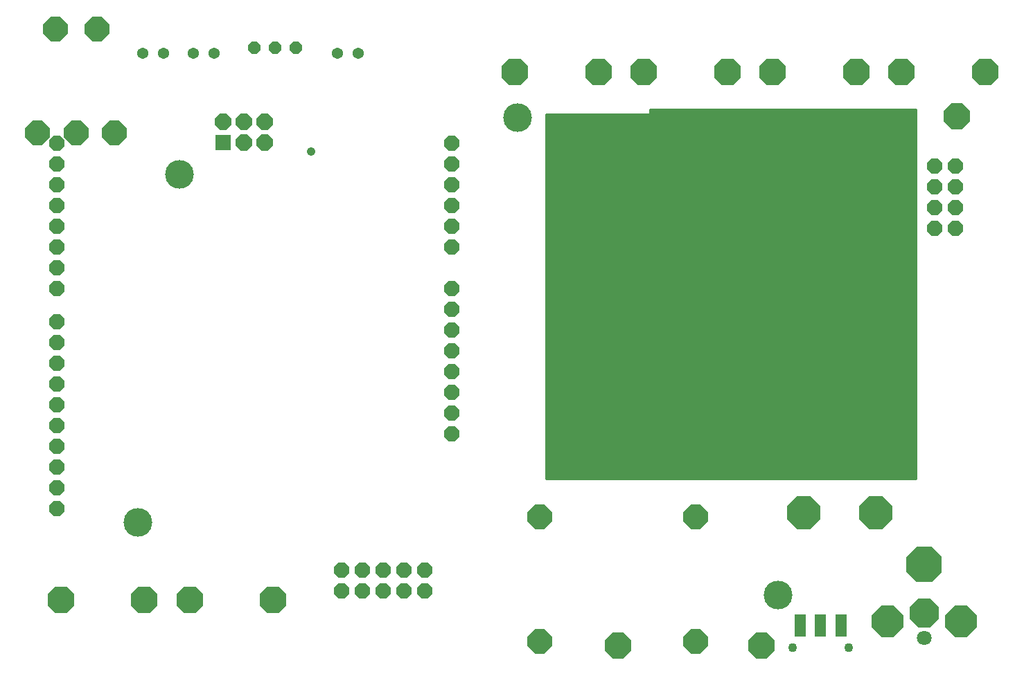
<source format=gbs>
G75*
%MOIN*%
%OFA0B0*%
%FSLAX24Y24*%
%IPPOS*%
%LPD*%
%AMOC8*
5,1,8,0,0,1.08239X$1,22.5*
%
%ADD10C,0.1380*%
%ADD11C,0.0100*%
%ADD12OC8,0.0740*%
%ADD13OC8,0.0780*%
%ADD14R,0.0780X0.0780*%
%ADD15R,0.0552X0.1064*%
%ADD16C,0.0434*%
%ADD17OC8,0.1290*%
%ADD18OC8,0.0611*%
%ADD19OC8,0.1175*%
%ADD20C,0.0540*%
%ADD21OC8,0.1700*%
%ADD22OC8,0.1405*%
%ADD23C,0.0710*%
%ADD24OC8,0.1504*%
%ADD25OC8,0.1261*%
%ADD26OC8,0.1582*%
%ADD27C,0.0417*%
D10*
X013943Y012475D03*
X015943Y029225D03*
X032207Y031982D03*
X044743Y008975D03*
D11*
X051393Y014575D02*
X033593Y014575D01*
X033593Y032125D01*
X038593Y032125D01*
X038593Y032375D01*
X051393Y032375D01*
X051393Y014575D01*
X051393Y014590D02*
X033593Y014590D01*
X033593Y014689D02*
X051393Y014689D01*
X051393Y014787D02*
X033593Y014787D01*
X033593Y014886D02*
X051393Y014886D01*
X051393Y014984D02*
X033593Y014984D01*
X033593Y015083D02*
X051393Y015083D01*
X051393Y015181D02*
X033593Y015181D01*
X033593Y015280D02*
X051393Y015280D01*
X051393Y015378D02*
X033593Y015378D01*
X033593Y015477D02*
X051393Y015477D01*
X051393Y015575D02*
X033593Y015575D01*
X033593Y015674D02*
X051393Y015674D01*
X051393Y015772D02*
X033593Y015772D01*
X033593Y015871D02*
X051393Y015871D01*
X051393Y015969D02*
X033593Y015969D01*
X033593Y016068D02*
X051393Y016068D01*
X051393Y016166D02*
X033593Y016166D01*
X033593Y016265D02*
X051393Y016265D01*
X051393Y016363D02*
X033593Y016363D01*
X033593Y016462D02*
X051393Y016462D01*
X051393Y016560D02*
X033593Y016560D01*
X033593Y016659D02*
X051393Y016659D01*
X051393Y016757D02*
X033593Y016757D01*
X033593Y016856D02*
X051393Y016856D01*
X051393Y016954D02*
X033593Y016954D01*
X033593Y017053D02*
X051393Y017053D01*
X051393Y017151D02*
X033593Y017151D01*
X033593Y017250D02*
X051393Y017250D01*
X051393Y017348D02*
X033593Y017348D01*
X033593Y017447D02*
X051393Y017447D01*
X051393Y017545D02*
X033593Y017545D01*
X033593Y017644D02*
X051393Y017644D01*
X051393Y017742D02*
X033593Y017742D01*
X033593Y017841D02*
X051393Y017841D01*
X051393Y017939D02*
X033593Y017939D01*
X033593Y018038D02*
X051393Y018038D01*
X051393Y018136D02*
X033593Y018136D01*
X033593Y018235D02*
X051393Y018235D01*
X051393Y018333D02*
X033593Y018333D01*
X033593Y018432D02*
X051393Y018432D01*
X051393Y018530D02*
X033593Y018530D01*
X033593Y018629D02*
X051393Y018629D01*
X051393Y018727D02*
X033593Y018727D01*
X033593Y018826D02*
X051393Y018826D01*
X051393Y018924D02*
X033593Y018924D01*
X033593Y019023D02*
X051393Y019023D01*
X051393Y019121D02*
X033593Y019121D01*
X033593Y019220D02*
X051393Y019220D01*
X051393Y019318D02*
X033593Y019318D01*
X033593Y019417D02*
X051393Y019417D01*
X051393Y019515D02*
X033593Y019515D01*
X033593Y019614D02*
X051393Y019614D01*
X051393Y019712D02*
X033593Y019712D01*
X033593Y019811D02*
X051393Y019811D01*
X051393Y019909D02*
X033593Y019909D01*
X033593Y020008D02*
X051393Y020008D01*
X051393Y020106D02*
X033593Y020106D01*
X033593Y020205D02*
X051393Y020205D01*
X051393Y020303D02*
X033593Y020303D01*
X033593Y020402D02*
X051393Y020402D01*
X051393Y020500D02*
X033593Y020500D01*
X033593Y020599D02*
X051393Y020599D01*
X051393Y020697D02*
X033593Y020697D01*
X033593Y020796D02*
X051393Y020796D01*
X051393Y020894D02*
X033593Y020894D01*
X033593Y020993D02*
X051393Y020993D01*
X051393Y021091D02*
X033593Y021091D01*
X033593Y021190D02*
X051393Y021190D01*
X051393Y021288D02*
X033593Y021288D01*
X033593Y021387D02*
X051393Y021387D01*
X051393Y021485D02*
X033593Y021485D01*
X033593Y021584D02*
X051393Y021584D01*
X051393Y021682D02*
X033593Y021682D01*
X033593Y021781D02*
X051393Y021781D01*
X051393Y021879D02*
X033593Y021879D01*
X033593Y021978D02*
X051393Y021978D01*
X051393Y022076D02*
X033593Y022076D01*
X033593Y022175D02*
X051393Y022175D01*
X051393Y022273D02*
X033593Y022273D01*
X033593Y022372D02*
X051393Y022372D01*
X051393Y022470D02*
X033593Y022470D01*
X033593Y022569D02*
X051393Y022569D01*
X051393Y022667D02*
X033593Y022667D01*
X033593Y022766D02*
X051393Y022766D01*
X051393Y022864D02*
X033593Y022864D01*
X033593Y022963D02*
X051393Y022963D01*
X051393Y023061D02*
X033593Y023061D01*
X033593Y023160D02*
X051393Y023160D01*
X051393Y023258D02*
X033593Y023258D01*
X033593Y023357D02*
X051393Y023357D01*
X051393Y023455D02*
X033593Y023455D01*
X033593Y023554D02*
X051393Y023554D01*
X051393Y023652D02*
X033593Y023652D01*
X033593Y023751D02*
X051393Y023751D01*
X051393Y023849D02*
X033593Y023849D01*
X033593Y023948D02*
X051393Y023948D01*
X051393Y024046D02*
X033593Y024046D01*
X033593Y024145D02*
X051393Y024145D01*
X051393Y024243D02*
X033593Y024243D01*
X033593Y024342D02*
X051393Y024342D01*
X051393Y024440D02*
X033593Y024440D01*
X033593Y024539D02*
X051393Y024539D01*
X051393Y024637D02*
X033593Y024637D01*
X033593Y024736D02*
X051393Y024736D01*
X051393Y024834D02*
X033593Y024834D01*
X033593Y024933D02*
X051393Y024933D01*
X051393Y025031D02*
X033593Y025031D01*
X033593Y025130D02*
X051393Y025130D01*
X051393Y025228D02*
X033593Y025228D01*
X033593Y025327D02*
X051393Y025327D01*
X051393Y025425D02*
X033593Y025425D01*
X033593Y025524D02*
X051393Y025524D01*
X051393Y025622D02*
X033593Y025622D01*
X033593Y025721D02*
X051393Y025721D01*
X051393Y025819D02*
X033593Y025819D01*
X033593Y025918D02*
X051393Y025918D01*
X051393Y026016D02*
X033593Y026016D01*
X033593Y026115D02*
X051393Y026115D01*
X051393Y026213D02*
X033593Y026213D01*
X033593Y026312D02*
X051393Y026312D01*
X051393Y026410D02*
X033593Y026410D01*
X033593Y026509D02*
X051393Y026509D01*
X051393Y026607D02*
X033593Y026607D01*
X033593Y026706D02*
X051393Y026706D01*
X051393Y026804D02*
X033593Y026804D01*
X033593Y026903D02*
X051393Y026903D01*
X051393Y027001D02*
X033593Y027001D01*
X033593Y027100D02*
X051393Y027100D01*
X051393Y027198D02*
X033593Y027198D01*
X033593Y027297D02*
X051393Y027297D01*
X051393Y027395D02*
X033593Y027395D01*
X033593Y027494D02*
X051393Y027494D01*
X051393Y027592D02*
X033593Y027592D01*
X033593Y027691D02*
X051393Y027691D01*
X051393Y027789D02*
X033593Y027789D01*
X033593Y027888D02*
X051393Y027888D01*
X051393Y027986D02*
X033593Y027986D01*
X033593Y028085D02*
X051393Y028085D01*
X051393Y028183D02*
X033593Y028183D01*
X033593Y028282D02*
X051393Y028282D01*
X051393Y028380D02*
X033593Y028380D01*
X033593Y028479D02*
X051393Y028479D01*
X051393Y028577D02*
X033593Y028577D01*
X033593Y028676D02*
X051393Y028676D01*
X051393Y028774D02*
X033593Y028774D01*
X033593Y028873D02*
X051393Y028873D01*
X051393Y028971D02*
X033593Y028971D01*
X033593Y029070D02*
X051393Y029070D01*
X051393Y029168D02*
X033593Y029168D01*
X033593Y029267D02*
X051393Y029267D01*
X051393Y029365D02*
X033593Y029365D01*
X033593Y029464D02*
X051393Y029464D01*
X051393Y029562D02*
X033593Y029562D01*
X033593Y029661D02*
X051393Y029661D01*
X051393Y029759D02*
X033593Y029759D01*
X033593Y029858D02*
X051393Y029858D01*
X051393Y029956D02*
X033593Y029956D01*
X033593Y030055D02*
X051393Y030055D01*
X051393Y030153D02*
X033593Y030153D01*
X033593Y030252D02*
X051393Y030252D01*
X051393Y030350D02*
X033593Y030350D01*
X033593Y030449D02*
X051393Y030449D01*
X051393Y030547D02*
X033593Y030547D01*
X033593Y030646D02*
X051393Y030646D01*
X051393Y030744D02*
X033593Y030744D01*
X033593Y030843D02*
X051393Y030843D01*
X051393Y030941D02*
X033593Y030941D01*
X033593Y031040D02*
X051393Y031040D01*
X051393Y031138D02*
X033593Y031138D01*
X033593Y031237D02*
X051393Y031237D01*
X051393Y031335D02*
X033593Y031335D01*
X033593Y031434D02*
X051393Y031434D01*
X051393Y031532D02*
X033593Y031532D01*
X033593Y031631D02*
X051393Y031631D01*
X051393Y031729D02*
X033593Y031729D01*
X033593Y031828D02*
X051393Y031828D01*
X051393Y031926D02*
X033593Y031926D01*
X033593Y032025D02*
X051393Y032025D01*
X051393Y032123D02*
X033593Y032123D01*
X038593Y032222D02*
X051393Y032222D01*
X051393Y032320D02*
X038593Y032320D01*
D12*
X029041Y030725D03*
X029041Y029725D03*
X029041Y028725D03*
X029041Y027725D03*
X029041Y026725D03*
X029041Y025725D03*
X029041Y023725D03*
X029041Y022725D03*
X029041Y021725D03*
X029041Y020725D03*
X029041Y019725D03*
X029041Y018725D03*
X029041Y017725D03*
X029041Y016725D03*
X027743Y010175D03*
X026743Y010175D03*
X025743Y010175D03*
X024743Y010175D03*
X023743Y010175D03*
X023743Y009175D03*
X024743Y009175D03*
X025743Y009175D03*
X026743Y009175D03*
X027743Y009175D03*
X010041Y013125D03*
X010041Y014125D03*
X010041Y015125D03*
X010041Y016125D03*
X010041Y017125D03*
X010041Y018125D03*
X010041Y019125D03*
X010041Y020125D03*
X010041Y021125D03*
X010041Y022125D03*
X010041Y023725D03*
X010041Y024725D03*
X010041Y025725D03*
X010041Y026725D03*
X010041Y027725D03*
X010041Y028725D03*
X010041Y029725D03*
X010041Y030725D03*
X052282Y029648D03*
X052282Y028648D03*
X052282Y027648D03*
X052282Y026648D03*
X053282Y026648D03*
X053282Y027648D03*
X053282Y028648D03*
X053282Y029648D03*
D13*
X020041Y030775D03*
X020041Y031775D03*
X019041Y031775D03*
X019041Y030775D03*
X018041Y031775D03*
D14*
X018041Y030775D03*
D15*
X045809Y007508D03*
X046793Y007508D03*
X047778Y007508D03*
D16*
X048132Y006425D03*
X045455Y006425D03*
D17*
X010231Y008735D03*
X014256Y008735D03*
X016431Y008735D03*
X020456Y008735D03*
X032081Y034165D03*
X036106Y034165D03*
X038281Y034165D03*
X042306Y034165D03*
X044481Y034165D03*
X048506Y034165D03*
X050681Y034165D03*
X054706Y034165D03*
D18*
X021543Y035325D03*
X020543Y035325D03*
X019543Y035325D03*
D19*
X012823Y031225D03*
X010973Y031225D03*
X009123Y031225D03*
X009973Y036225D03*
X011973Y036225D03*
X033293Y012725D03*
X033293Y006725D03*
X040793Y006725D03*
X040793Y012725D03*
D20*
X024543Y035075D03*
X023543Y035075D03*
X017618Y035075D03*
X016618Y035075D03*
X015193Y035075D03*
X014193Y035075D03*
D21*
X051770Y010449D03*
D22*
X051770Y008087D03*
D23*
X051770Y006906D03*
D24*
X053541Y007695D03*
X049998Y007695D03*
D25*
X043943Y006525D03*
X037043Y006525D03*
X053343Y032025D03*
D26*
X049443Y012925D03*
X045993Y012925D03*
D27*
X022293Y030325D03*
M02*

</source>
